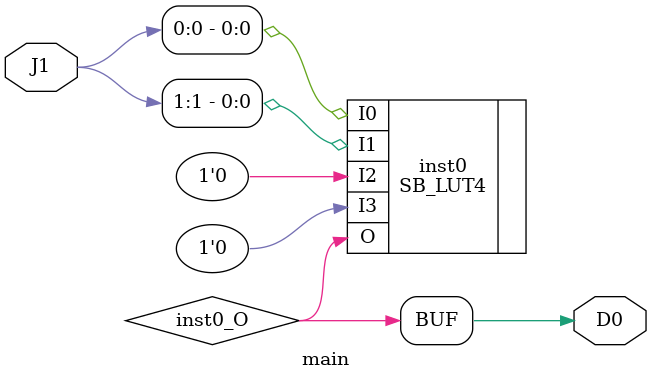
<source format=v>
module main (input [1:0] J1, output  D0);
wire  inst0_O;
SB_LUT4 #(.LUT_INIT(16'h000A)) inst0 (.I0(J1[0]), .I1(J1[1]), .I2(1'b0), .I3(1'b0), .O(inst0_O));
assign D0 = inst0_O;
endmodule


</source>
